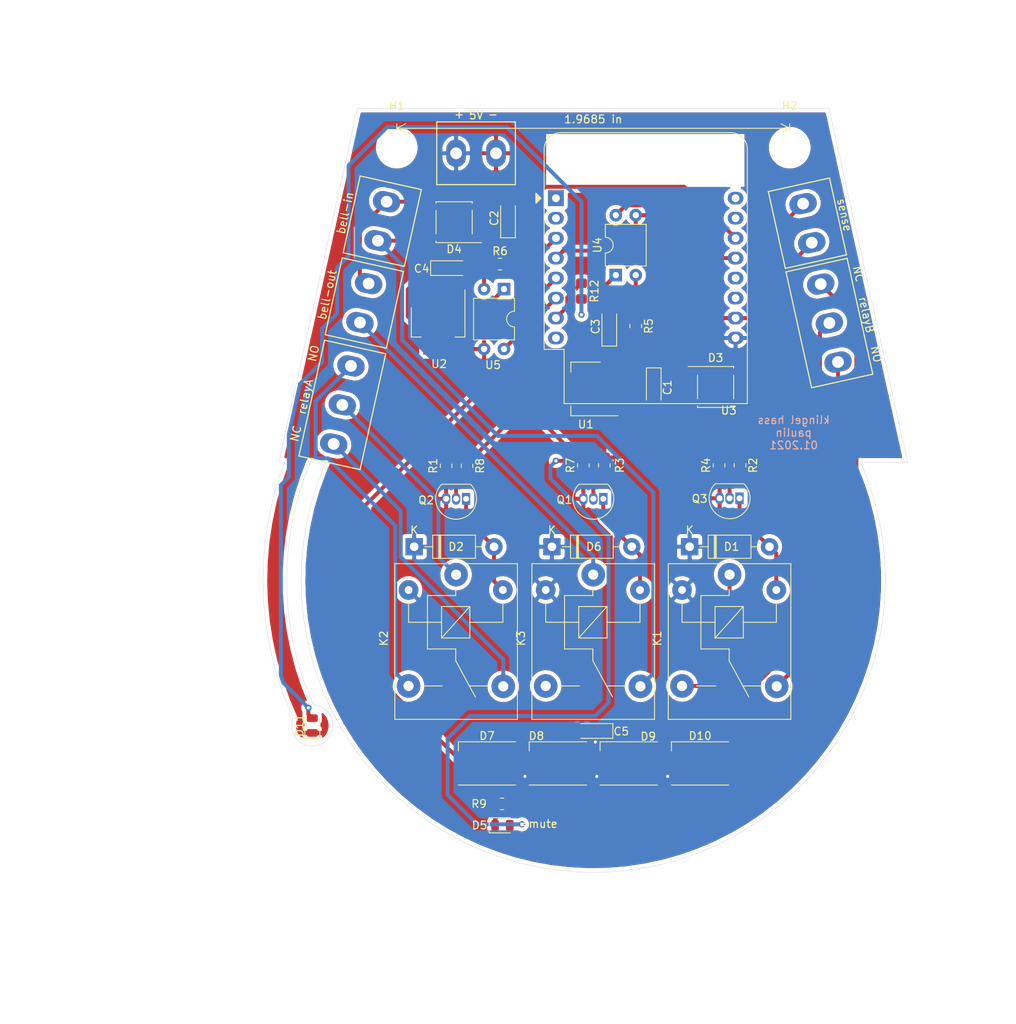
<source format=kicad_pcb>
(kicad_pcb (version 20171130) (host pcbnew 5.1.9)
  (layers (0 F.Cu signal) (31 B.Cu signal) (34 B.Paste user) (35 F.Paste user) (36 B.SilkS user) (37 F.SilkS user) (38 B.Mask user) (39 F.Mask user) (44 Edge.Cuts user))
  (net 0 "")
  (net 1 "Net-(C1-Pad2)")
  (net 2 "Net-(C1-Pad1)")
  (net 3 "Net-(C2-Pad2)")
  (net 4 "Net-(C2-Pad1)")
  (net 5 "Net-(C3-Pad1)")
  (net 6 "Net-(C4-Pad1)")
  (net 7 "Net-(D1-Pad2)")
  (net 8 +5V)
  (net 9 "Net-(D2-Pad2)")
  (net 10 "Net-(D6-Pad2)")
  (net 11 "Net-(D10-Pad2)")
  (net 12 "Net-(J1-Pad2)")
  (net 13 "Net-(J1-Pad1)")
  (net 14 "Net-(J3-Pad2)")
  (net 15 "Net-(J3-Pad1)")
  (net 16 "Net-(J5-Pad2)")
  (net 17 "Net-(K3-Pad3)")
  (net 18 GND)
  (net 19 "Net-(Q1-Pad2)")
  (net 20 "Net-(Q2-Pad2)")
  (net 21 "Net-(Q3-Pad2)")
  (net 22 "Net-(R5-Pad1)")
  (net 23 "Net-(R6-Pad1)")
  (net 24 "Net-(U3-Pad16)")
  (net 25 "Net-(U3-Pad15)")
  (net 26 "Net-(U3-Pad12)")
  (net 27 "Net-(U3-Pad11)")
  (net 28 "Net-(U3-Pad8)")
  (net 29 "Net-(U3-Pad1)")
  (net 30 "Net-(U3-Pad2)")
  (net 31 "Net-(D3-Pad4)")
  (net 32 "Net-(D3-Pad3)")
  (net 33 "Net-(D4-Pad4)")
  (net 34 "Net-(D4-Pad3)")
  (net 35 "Net-(D5-Pad2)")
  (net 36 "Net-(D5-Pad1)")
  (net 37 "Net-(J1-Pad3)")
  (net 38 "Net-(J3-Pad3)")
  (net 39 "Net-(D7-Pad1)")
  (net 40 "Net-(D7-Pad4)")
  (net 41 "Net-(D8-Pad1)")
  (net 42 "Net-(D8-Pad4)")
  (net 43 "Net-(D9-Pad4)")
  (net 44 "Net-(D10-Pad1)")
  (net 45 "Net-(D10-Pad4)")
  (net 46 "Net-(D11-Pad2)")
  (net 47 led)
  (net 48 relayB)
  (net 49 relayA)
  (net 50 ws28)
  (net 51 "Net-(U3-Pad14)")
  (net 52 "Net-(U3-Pad13)")
  (module Resistor_SMD:R_0805_2012Metric_Pad1.20x1.40mm_HandSolder (layer F.Cu) (at 98.5 63.25 270)
    (fp_text reference R12 (at 0 -1.65 90) (layer F.SilkS))
    (fp_text value 1K)
    (pad 2 smd roundrect (at 1 0 270) (size 1.2 1.4) (layers F.Cu F.Paste F.Mask) (roundrect_rratio 0.2083325) (net 46 "Net-(D11-Pad2)"))
    (pad 1 smd roundrect (at -1 0 270) (size 1.2 1.4) (layers F.Cu F.Paste F.Mask) (roundrect_rratio 0.2083325) (net 47 led))
  )
  (module LED_SMD:LED_0805_2012Metric (layer F.Cu) (at 64.25 118.5 90)
    (fp_text reference D11 (at 0 -1.65 90) (layer F.SilkS))
    (fp_text value LED)
    (pad 2 smd roundrect (at 0.9375 0 90) (size 0.975 1.4) (layers F.Cu F.Paste F.Mask) (net 46 "Net-(D11-Pad2)"))
    (pad 1 smd roundrect (at -0.9375 0 90) (size 0.975 1.4) (layers F.Cu F.Paste F.Mask) (net 18 GND))
  )
  (module Module:WEMOS_D1_mini_light (layer F.Cu) (at 95.25 51.435)
    (fp_text reference U3 (at 22 27) (layer F.SilkS))
    (fp_text value WeMos_D1_mini)
    (pad 16 thru_hole oval (at 22.86 0) (size 2 1.6) (drill 1) (layers *.Cu *.Mask) (net 24 "Net-(U3-Pad16)"))
    (pad 15 thru_hole oval (at 22.86 2.54) (size 2 1.6) (drill 1) (layers *.Cu *.Mask) (net 25 "Net-(U3-Pad15)"))
    (pad 14 thru_hole oval (at 22.86 5.08) (size 2 1.6) (drill 1) (layers *.Cu *.Mask) (net 51 "Net-(U3-Pad14)"))
    (pad 13 thru_hole oval (at 22.86 7.62) (size 2 1.6) (drill 1) (layers *.Cu *.Mask) (net 52 "Net-(U3-Pad13)"))
    (pad 12 thru_hole oval (at 22.86 10.16) (size 2 1.6) (drill 1) (layers *.Cu *.Mask) (net 26 "Net-(U3-Pad12)"))
    (pad 11 thru_hole oval (at 22.86 12.7) (size 2 1.6) (drill 1) (layers *.Cu *.Mask) (net 27 "Net-(U3-Pad11)"))
    (pad 10 thru_hole oval (at 22.86 15.24) (size 2 1.6) (drill 1) (layers *.Cu *.Mask) (net 18 GND))
    (pad 9 thru_hole oval (at 22.86 17.78) (size 2 1.6) (drill 1) (layers *.Cu *.Mask) (net 8 +5V))
    (pad 8 thru_hole oval (at 0 17.78) (size 2 1.6) (drill 1) (layers *.Cu *.Mask) (net 28 "Net-(U3-Pad8)"))
    (pad 7 thru_hole oval (at 0 15.24) (size 2 1.6) (drill 1) (layers *.Cu *.Mask) (net 47 led))
    (pad 6 thru_hole oval (at 0 12.7) (size 2 1.6) (drill 1) (layers *.Cu *.Mask) (net 35 "Net-(D5-Pad2)"))
    (pad 5 thru_hole oval (at 0 10.16) (size 2 1.6) (drill 1) (layers *.Cu *.Mask) (net 49 relayA))
    (pad 4 thru_hole oval (at 0 7.62) (size 2 1.6) (drill 1) (layers *.Cu *.Mask) (net 48 relayB))
    (pad 3 thru_hole oval (at 0 5.08) (size 2 1.6) (drill 1) (layers *.Cu *.Mask) (net 50 ws28))
    (pad 1 thru_hole rect (at 0 0) (size 2 2) (drill 1) (layers *.Cu *.Mask) (net 29 "Net-(U3-Pad1)"))
    (pad 2 thru_hole oval (at 0 2.54) (size 2 1.6) (drill 1) (layers *.Cu *.Mask) (net 30 "Net-(U3-Pad2)"))
  )
  (module Capacitor_Tantalum_SMD:CP_EIA-3216-18_Kemet-A_Pad1.58x1.35mm_HandSolder (layer F.Cu) (at 100.0125 119.1895 180)
    (fp_text reference C5 (at -3.556 -0.0635) (layer F.SilkS))
    (fp_text value 10µF)
    (pad 2 smd roundrect (at 1.4375 0 180) (size 1.575 1.35) (layers F.Cu F.Paste F.Mask) (roundrect_rratio 0.1851844444444445) (net 18 GND))
    (pad 1 smd roundrect (at -1.4375 0 180) (size 1.575 1.35) (layers F.Cu F.Paste F.Mask) (roundrect_rratio 0.1851844444444445) (net 8 +5V))
  )
  (module Package_DIP:DIP-4_W7.62mm (layer F.Cu) (at 88.646 62.992 270)
    (fp_text reference U5 (at 9.652 1.397 180) (layer F.SilkS))
    (fp_text value PC817)
    (pad 4 thru_hole oval (at 7.62 0 270) (size 1.6 1.6) (drill 0.8) (layers *.Cu *.Mask) (net 51 "Net-(U3-Pad14)"))
    (pad 2 thru_hole oval (at 0 2.54 270) (size 1.6 1.6) (drill 0.8) (layers *.Cu *.Mask) (net 23 "Net-(R6-Pad1)"))
    (pad 3 thru_hole oval (at 7.62 2.54 270) (size 1.6 1.6) (drill 0.8) (layers *.Cu *.Mask) (net 18 GND))
    (pad 1 thru_hole rect (at 0 0 270) (size 1.6 1.6) (drill 0.8) (layers *.Cu *.Mask) (net 6 "Net-(C4-Pad1)"))
  )
  (module custom:termina_2pin (layer F.Cu) (at 73.152 54.356 257.5)
    (fp_text reference J4)
    (fp_text value bell-in (at 0 4.826 257.5) (layer F.SilkS))
    (pad 2 thru_hole oval (at 2.54 0 257.5) (size 2.5 3.5) (drill 1.5) (layers *.Cu *.Mask) (net 33 "Net-(D4-Pad4)"))
    (pad 1 thru_hole oval (at -2.54 0 257.5) (size 2.5 3.5) (drill 1.5) (layers *.Cu *.Mask) (net 34 "Net-(D4-Pad3)"))
  )
  (module MountingHole:MountingHole_4.3mm_M4 (layer F.Cu) (at 125 45)
    (fp_text reference H2 (at 0 -5.3) (layer F.SilkS))
    (fp_text value MountingHole)
    (pad 1 np_thru_hole circle (at 0 0) (size 4.3 4.3) (drill 4.3) (layers *.Cu *.Mask))
  )
  (module MountingHole:MountingHole_4.3mm_M4 (layer F.Cu) (at 75 45)
    (fp_text reference H1 (at 0 -5.3) (layer F.SilkS))
    (fp_text value MountingHole)
    (pad 1 np_thru_hole circle (at 0 0) (size 4.3 4.3) (drill 4.3) (layers *.Cu *.Mask))
  )
  (module Capacitor_Tantalum_SMD:CP_EIA-3216-18_Kemet-A_Pad1.58x1.35mm_HandSolder (layer F.Cu) (at 81.788 60.325)
    (fp_text reference C4 (at -3.6195 0.0635) (layer F.SilkS))
    (fp_text value 10µF)
    (pad 2 smd roundrect (at 1.4375 0) (size 1.575 1.35) (layers F.Cu F.Paste F.Mask) (roundrect_rratio 0.1851844444444445) (net 3 "Net-(C2-Pad2)"))
    (pad 1 smd roundrect (at -1.4375 0) (size 1.575 1.35) (layers F.Cu F.Paste F.Mask) (roundrect_rratio 0.1851844444444445) (net 6 "Net-(C4-Pad1)"))
  )
  (module Capacitor_Tantalum_SMD:CP_EIA-3216-18_Kemet-A_Pad1.58x1.35mm_HandSolder (layer F.Cu) (at 102.0445 67.7545 90)
    (fp_text reference C3 (at 0 -1.75 90) (layer F.SilkS))
    (fp_text value 10µF)
    (pad 2 smd roundrect (at 1.4375 0 90) (size 1.575 1.35) (layers F.Cu F.Paste F.Mask) (roundrect_rratio 0.1851844444444445) (net 1 "Net-(C1-Pad2)"))
    (pad 1 smd roundrect (at -1.4375 0 90) (size 1.575 1.35) (layers F.Cu F.Paste F.Mask) (roundrect_rratio 0.1851844444444445) (net 5 "Net-(C3-Pad1)"))
  )
  (module Capacitor_Tantalum_SMD:CP_EIA-3216-18_Kemet-A_Pad1.58x1.35mm_HandSolder (layer F.Cu) (at 89.154 53.975 90)
    (fp_text reference C2 (at 0 -1.75 90) (layer F.SilkS))
    (fp_text value 10µF)
    (pad 2 smd roundrect (at 1.4375 0 90) (size 1.575 1.35) (layers F.Cu F.Paste F.Mask) (roundrect_rratio 0.1851844444444445) (net 3 "Net-(C2-Pad2)"))
    (pad 1 smd roundrect (at -1.4375 0 90) (size 1.575 1.35) (layers F.Cu F.Paste F.Mask) (roundrect_rratio 0.1851844444444445) (net 4 "Net-(C2-Pad1)"))
  )
  (module Capacitor_Tantalum_SMD:CP_EIA-3216-18_Kemet-A_Pad1.58x1.35mm_HandSolder (layer F.Cu) (at 107.696 75.5015 270)
    (fp_text reference C1 (at 0 -1.75 90) (layer F.SilkS))
    (fp_text value 10µF)
    (pad 2 smd roundrect (at 1.4375 0 270) (size 1.575 1.35) (layers F.Cu F.Paste F.Mask) (roundrect_rratio 0.1851844444444445) (net 1 "Net-(C1-Pad2)"))
    (pad 1 smd roundrect (at -1.4375 0 270) (size 1.575 1.35) (layers F.Cu F.Paste F.Mask) (roundrect_rratio 0.1851844444444445) (net 2 "Net-(C1-Pad1)"))
  )
  (module Package_DIP:DIP-4_W7.62mm (layer F.Cu) (at 102.87 61.214 90)
    (fp_text reference U4 (at 3.81 -2.33 90) (layer F.SilkS))
    (fp_text value PC817)
    (pad 4 thru_hole oval (at 7.62 0 90) (size 1.6 1.6) (drill 0.8) (layers *.Cu *.Mask) (net 52 "Net-(U3-Pad13)"))
    (pad 2 thru_hole oval (at 0 2.54 90) (size 1.6 1.6) (drill 0.8) (layers *.Cu *.Mask) (net 22 "Net-(R5-Pad1)"))
    (pad 3 thru_hole oval (at 7.62 2.54 90) (size 1.6 1.6) (drill 0.8) (layers *.Cu *.Mask) (net 18 GND))
    (pad 1 thru_hole rect (at 0 0 90) (size 1.6 1.6) (drill 0.8) (layers *.Cu *.Mask) (net 5 "Net-(C3-Pad1)"))
  )
  (module Package_TO_SOT_SMD:SOT-223-3_TabPin2 (layer F.Cu) (at 80.264 67.183 270)
    (fp_text reference U2 (at 5.334 -0.127 180) (layer F.SilkS))
    (fp_text value AMS1117-1.5)
    (pad 1 smd rect (at -3.15 -2.3 270) (size 2 1.5) (layers F.Cu F.Paste F.Mask) (net 3 "Net-(C2-Pad2)"))
    (pad 3 smd rect (at -3.15 2.3 270) (size 2 1.5) (layers F.Cu F.Paste F.Mask) (net 4 "Net-(C2-Pad1)"))
    (pad 2 smd rect (at -3.15 0 270) (size 2 1.5) (layers F.Cu F.Paste F.Mask) (net 6 "Net-(C4-Pad1)"))
    (pad 2 smd rect (at 3.15 0 270) (size 2 3.8) (layers F.Cu F.Paste F.Mask) (net 6 "Net-(C4-Pad1)"))
  )
  (module Package_TO_SOT_SMD:SOT-223-3_TabPin2 (layer F.Cu) (at 99.06 75.692 180)
    (fp_text reference U1 (at 0 -4.5) (layer F.SilkS))
    (fp_text value AMS1117-1.5)
    (pad 1 smd rect (at -3.15 -2.3 180) (size 2 1.5) (layers F.Cu F.Paste F.Mask) (net 1 "Net-(C1-Pad2)"))
    (pad 3 smd rect (at -3.15 2.3 180) (size 2 1.5) (layers F.Cu F.Paste F.Mask) (net 2 "Net-(C1-Pad1)"))
    (pad 2 smd rect (at -3.15 0 180) (size 2 1.5) (layers F.Cu F.Paste F.Mask) (net 5 "Net-(C3-Pad1)"))
    (pad 2 smd rect (at 3.15 0 180) (size 2 3.8) (layers F.Cu F.Paste F.Mask) (net 5 "Net-(C3-Pad1)"))
  )
  (module Resistor_SMD:R_0805_2012Metric_Pad1.20x1.40mm_HandSolder (layer F.Cu) (at 88.392 128.4605 180)
    (fp_text reference R9 (at 2.921 0) (layer F.SilkS))
    (fp_text value 1K)
    (pad 2 smd roundrect (at 1 0 180) (size 1.2 1.4) (layers F.Cu F.Paste F.Mask) (roundrect_rratio 0.2083325) (net 18 GND))
    (pad 1 smd roundrect (at -1 0 180) (size 1.2 1.4) (layers F.Cu F.Paste F.Mask) (roundrect_rratio 0.2083325) (net 36 "Net-(D5-Pad1)"))
  )
  (module Resistor_SMD:R_0805_2012Metric_Pad1.20x1.40mm_HandSolder (layer F.Cu) (at 83.947 85.471 270)
    (fp_text reference R8 (at 0 -1.65 90) (layer F.SilkS))
    (fp_text value 1K)
    (pad 2 smd roundrect (at 1 0 270) (size 1.2 1.4) (layers F.Cu F.Paste F.Mask) (roundrect_rratio 0.2083325) (net 20 "Net-(Q2-Pad2)"))
    (pad 1 smd roundrect (at -1 0 270) (size 1.2 1.4) (layers F.Cu F.Paste F.Mask) (roundrect_rratio 0.2083325) (net 49 relayA))
  )
  (module Resistor_SMD:R_0805_2012Metric_Pad1.20x1.40mm_HandSolder (layer F.Cu) (at 98.7425 85.4075 90)
    (fp_text reference R7 (at 0 -1.65 90) (layer F.SilkS))
    (fp_text value 1K)
    (pad 2 smd roundrect (at 1 0 90) (size 1.2 1.4) (layers F.Cu F.Paste F.Mask) (roundrect_rratio 0.2083325) (net 35 "Net-(D5-Pad2)"))
    (pad 1 smd roundrect (at -1 0 90) (size 1.2 1.4) (layers F.Cu F.Paste F.Mask) (roundrect_rratio 0.2083325) (net 19 "Net-(Q1-Pad2)"))
  )
  (module Resistor_SMD:R_0805_2012Metric_Pad1.20x1.40mm_HandSolder (layer F.Cu) (at 88.138 59.817)
    (fp_text reference R6 (at 0 -1.65) (layer F.SilkS))
    (fp_text value 5)
    (pad 2 smd roundrect (at 1 0) (size 1.2 1.4) (layers F.Cu F.Paste F.Mask) (roundrect_rratio 0.2083325) (net 3 "Net-(C2-Pad2)"))
    (pad 1 smd roundrect (at -1 0) (size 1.2 1.4) (layers F.Cu F.Paste F.Mask) (roundrect_rratio 0.2083325) (net 23 "Net-(R6-Pad1)"))
  )
  (module Resistor_SMD:R_0805_2012Metric_Pad1.20x1.40mm_HandSolder (layer F.Cu) (at 105.41 67.691 270)
    (fp_text reference R5 (at 0 -1.65 90) (layer F.SilkS))
    (fp_text value 5)
    (pad 2 smd roundrect (at 1 0 270) (size 1.2 1.4) (layers F.Cu F.Paste F.Mask) (roundrect_rratio 0.2083325) (net 1 "Net-(C1-Pad2)"))
    (pad 1 smd roundrect (at -1 0 270) (size 1.2 1.4) (layers F.Cu F.Paste F.Mask) (roundrect_rratio 0.2083325) (net 22 "Net-(R5-Pad1)"))
  )
  (module Resistor_SMD:R_0805_2012Metric_Pad1.20x1.40mm_HandSolder (layer F.Cu) (at 116.0145 85.4075 90)
    (fp_text reference R4 (at 0 -1.65 90) (layer F.SilkS))
    (fp_text value 10K)
    (pad 2 smd roundrect (at 1 0 90) (size 1.2 1.4) (layers F.Cu F.Paste F.Mask) (roundrect_rratio 0.2083325) (net 18 GND))
    (pad 1 smd roundrect (at -1 0 90) (size 1.2 1.4) (layers F.Cu F.Paste F.Mask) (roundrect_rratio 0.2083325) (net 21 "Net-(Q3-Pad2)"))
  )
  (module Resistor_SMD:R_0805_2012Metric_Pad1.20x1.40mm_HandSolder (layer F.Cu) (at 101.4095 85.4075 90)
    (fp_text reference R3 (at 0 1.9685 90) (layer F.SilkS))
    (fp_text value 10K)
    (pad 2 smd roundrect (at 1 0 90) (size 1.2 1.4) (layers F.Cu F.Paste F.Mask) (roundrect_rratio 0.2083325) (net 18 GND))
    (pad 1 smd roundrect (at -1 0 90) (size 1.2 1.4) (layers F.Cu F.Paste F.Mask) (roundrect_rratio 0.2083325) (net 19 "Net-(Q1-Pad2)"))
  )
  (module Resistor_SMD:R_0805_2012Metric_Pad1.20x1.40mm_HandSolder (layer F.Cu) (at 118.6815 85.4075 270)
    (fp_text reference R2 (at 0 -1.65 90) (layer F.SilkS))
    (fp_text value 1K)
    (pad 2 smd roundrect (at 1 0 270) (size 1.2 1.4) (layers F.Cu F.Paste F.Mask) (roundrect_rratio 0.2083325) (net 21 "Net-(Q3-Pad2)"))
    (pad 1 smd roundrect (at -1 0 270) (size 1.2 1.4) (layers F.Cu F.Paste F.Mask) (roundrect_rratio 0.2083325) (net 48 relayB))
  )
  (module Resistor_SMD:R_0805_2012Metric_Pad1.20x1.40mm_HandSolder (layer F.Cu) (at 81.28 85.471 90)
    (fp_text reference R1 (at 0 -1.65 90) (layer F.SilkS))
    (fp_text value 10K)
    (pad 2 smd roundrect (at 1 0 90) (size 1.2 1.4) (layers F.Cu F.Paste F.Mask) (roundrect_rratio 0.2083325) (net 18 GND))
    (pad 1 smd roundrect (at -1 0 90) (size 1.2 1.4) (layers F.Cu F.Paste F.Mask) (roundrect_rratio 0.2083325) (net 20 "Net-(Q2-Pad2)"))
  )
  (module Package_TO_SOT_THT:TO-92_Inline (layer F.Cu) (at 118.618 89.5985 180)
    (fp_text reference Q3 (at 5.08 -0.0635) (layer F.SilkS))
    (fp_text value BC547)
    (pad 1 thru_hole rect (at 0 0 180) (size 1.05 1.5) (drill 0.75) (layers *.Cu *.Mask) (net 7 "Net-(D1-Pad2)"))
    (pad 3 thru_hole oval (at 2.54 0 180) (size 1.05 1.5) (drill 0.75) (layers *.Cu *.Mask) (net 18 GND))
    (pad 2 thru_hole oval (at 1.27 0 180) (size 1.05 1.5) (drill 0.75) (layers *.Cu *.Mask) (net 21 "Net-(Q3-Pad2)"))
  )
  (module Package_TO_SOT_THT:TO-92_Inline (layer F.Cu) (at 83.82 89.662 180)
    (fp_text reference Q2 (at 5.08 -0.1905) (layer F.SilkS))
    (fp_text value BC547)
    (pad 1 thru_hole rect (at 0 0 180) (size 1.05 1.5) (drill 0.75) (layers *.Cu *.Mask) (net 9 "Net-(D2-Pad2)"))
    (pad 3 thru_hole oval (at 2.54 0 180) (size 1.05 1.5) (drill 0.75) (layers *.Cu *.Mask) (net 18 GND))
    (pad 2 thru_hole oval (at 1.27 0 180) (size 1.05 1.5) (drill 0.75) (layers *.Cu *.Mask) (net 20 "Net-(Q2-Pad2)"))
  )
  (module Package_TO_SOT_THT:TO-92_Inline (layer F.Cu) (at 101.2825 89.662 180)
    (fp_text reference Q1 (at 4.953 -0.127) (layer F.SilkS))
    (fp_text value BC547)
    (pad 1 thru_hole rect (at 0 0 180) (size 1.05 1.5) (drill 0.75) (layers *.Cu *.Mask) (net 10 "Net-(D6-Pad2)"))
    (pad 3 thru_hole oval (at 2.54 0 180) (size 1.05 1.5) (drill 0.75) (layers *.Cu *.Mask) (net 18 GND))
    (pad 2 thru_hole oval (at 1.27 0 180) (size 1.05 1.5) (drill 0.75) (layers *.Cu *.Mask) (net 19 "Net-(Q1-Pad2)"))
  )
  (module Relay_THT:Relay_SPDT_SANYOU_SRD_Series_Form_C (layer F.Cu) (at 100 99.314 270)
    (fp_text reference K3 (at 8.1 9.2 90) (layer F.SilkS))
    (fp_text value SANYOU_SRD_Form_C)
    (pad 1 thru_hole circle (at 0 0) (size 3 3) (drill 1.3) (layers *.Cu *.Mask) (net 16 "Net-(J5-Pad2)"))
    (pad 5 thru_hole circle (at 1.95 -5.95) (size 2.5 2.5) (drill 1) (layers *.Cu *.Mask) (net 10 "Net-(D6-Pad2)"))
    (pad 4 thru_hole circle (at 14.2 -6) (size 3 3) (drill 1.3) (layers *.Cu *.Mask) (net 33 "Net-(D4-Pad4)"))
    (pad 3 thru_hole circle (at 14.15 6.05) (size 3 3) (drill 1.3) (layers *.Cu *.Mask) (net 17 "Net-(K3-Pad3)"))
    (pad 2 thru_hole circle (at 1.95 6.05) (size 2.5 2.5) (drill 1) (layers *.Cu *.Mask) (net 8 +5V))
  )
  (module Relay_THT:Relay_SPDT_SANYOU_SRD_Series_Form_C (layer F.Cu) (at 82.55 99.314 270)
    (fp_text reference K2 (at 8.1 9.2 90) (layer F.SilkS))
    (fp_text value SANYOU_SRD_Form_C)
    (pad 1 thru_hole circle (at 0 0) (size 3 3) (drill 1.3) (layers *.Cu *.Mask) (net 12 "Net-(J1-Pad2)"))
    (pad 5 thru_hole circle (at 1.95 -5.95) (size 2.5 2.5) (drill 1) (layers *.Cu *.Mask) (net 9 "Net-(D2-Pad2)"))
    (pad 4 thru_hole circle (at 14.2 -6) (size 3 3) (drill 1.3) (layers *.Cu *.Mask) (net 37 "Net-(J1-Pad3)"))
    (pad 3 thru_hole circle (at 14.15 6.05) (size 3 3) (drill 1.3) (layers *.Cu *.Mask) (net 13 "Net-(J1-Pad1)"))
    (pad 2 thru_hole circle (at 1.95 6.05) (size 2.5 2.5) (drill 1) (layers *.Cu *.Mask) (net 8 +5V))
  )
  (module Relay_THT:Relay_SPDT_SANYOU_SRD_Series_Form_C (layer F.Cu) (at 117.348 99.314 270)
    (fp_text reference K1 (at 8.1 9.2 90) (layer F.SilkS))
    (fp_text value SANYOU_SRD_Form_C)
    (pad 1 thru_hole circle (at 0 0) (size 3 3) (drill 1.3) (layers *.Cu *.Mask) (net 14 "Net-(J3-Pad2)"))
    (pad 5 thru_hole circle (at 1.95 -5.95) (size 2.5 2.5) (drill 1) (layers *.Cu *.Mask) (net 7 "Net-(D1-Pad2)"))
    (pad 4 thru_hole circle (at 14.2 -6) (size 3 3) (drill 1.3) (layers *.Cu *.Mask) (net 38 "Net-(J3-Pad3)"))
    (pad 3 thru_hole circle (at 14.15 6.05) (size 3 3) (drill 1.3) (layers *.Cu *.Mask) (net 15 "Net-(J3-Pad1)"))
    (pad 2 thru_hole circle (at 1.95 6.05) (size 2.5 2.5) (drill 1) (layers *.Cu *.Mask) (net 8 +5V))
  )
  (module custom:termina_2pin (layer F.Cu) (at 85.09 45.72 180)
    (fp_text reference J6)
    (fp_text value 5V (at 0 4.826 180) (layer F.SilkS))
    (pad 2 thru_hole oval (at 2.54 0 180) (size 2.5 3.5) (drill 1.5) (layers *.Cu *.Mask) (net 8 +5V))
    (pad 1 thru_hole oval (at -2.54 0 180) (size 2.5 3.5) (drill 1.5) (layers *.Cu *.Mask) (net 18 GND))
  )
  (module custom:termina_2pin (layer F.Cu) (at 70.866 64.77 257.5)
    (fp_text reference J5)
    (fp_text value bell-out (at 0 4.826 257.5) (layer F.SilkS))
    (pad 2 thru_hole oval (at 2.54 0 257.5) (size 2.5 3.5) (drill 1.5) (layers *.Cu *.Mask) (net 16 "Net-(J5-Pad2)"))
    (pad 1 thru_hole oval (at -2.54 0 257.5) (size 2.5 3.5) (drill 1.5) (layers *.Cu *.Mask) (net 34 "Net-(D4-Pad3)"))
  )
  (module custom:terminal_3pin (layer F.Cu) (at 130.048 67.31 102.5)
    (fp_text reference J3)
    (fp_text value relayB (at 0 4.826 282.5) (layer F.SilkS))
    (pad 3 thru_hole oval (at 5.08 0 102.5) (size 2.5 3.5) (drill 1.5) (layers *.Cu *.Mask) (net 38 "Net-(J3-Pad3)"))
    (pad 2 thru_hole oval (at 0 0 102.5) (size 2.5 3.5) (drill 1.5) (layers *.Cu *.Mask) (net 14 "Net-(J3-Pad2)"))
    (pad 1 thru_hole oval (at -5.08 0 102.5) (size 2.5 3.5) (drill 1.5) (layers *.Cu *.Mask) (net 15 "Net-(J3-Pad1)"))
  )
  (module custom:termina_2pin (layer F.Cu) (at 127.254 54.61 102.5)
    (fp_text reference J2)
    (fp_text value sense (at 0 4.826 282.5) (layer F.SilkS))
    (pad 2 thru_hole oval (at 2.54 0 102.5) (size 2.5 3.5) (drill 1.5) (layers *.Cu *.Mask) (net 31 "Net-(D3-Pad4)"))
    (pad 1 thru_hole oval (at -2.54 0 102.5) (size 2.5 3.5) (drill 1.5) (layers *.Cu *.Mask) (net 32 "Net-(D3-Pad3)"))
  )
  (module custom:terminal_3pin (layer F.Cu) (at 68.072 77.724 257.5)
    (fp_text reference J1)
    (fp_text value relayA (at 0 4.826001 77.5) (layer F.SilkS))
    (pad 3 thru_hole oval (at 5.08 0 257.5) (size 2.5 3.5) (drill 1.5) (layers *.Cu *.Mask) (net 37 "Net-(J1-Pad3)"))
    (pad 2 thru_hole oval (at 0 0 257.5) (size 2.5 3.5) (drill 1.5) (layers *.Cu *.Mask) (net 12 "Net-(J1-Pad2)"))
    (pad 1 thru_hole oval (at -5.08 0 257.5) (size 2.5 3.5) (drill 1.5) (layers *.Cu *.Mask) (net 13 "Net-(J1-Pad1)"))
  )
  (module LED_SMD:LED_WS2812_PLCC6_5.0x5.0mm_P1.6mm (layer F.Cu) (at 113.6015 123.317)
    (fp_text reference D10 (at 0 -3.5) (layer F.SilkS))
    (fp_text value WS2812)
    (pad 1 smd rect (at -2.45 -1.6) (size 1.5 1) (layers F.Cu F.Paste F.Mask) (net 44 "Net-(D10-Pad1)"))
    (pad 2 smd rect (at -2.45 0) (size 1.5 1) (layers F.Cu F.Paste F.Mask) (net 11 "Net-(D10-Pad2)"))
    (pad 3 smd rect (at -2.45 1.6) (size 1.5 1) (layers F.Cu F.Paste F.Mask) (net 8 +5V))
    (pad 6 smd rect (at 2.45 -1.6) (size 1.5 1) (layers F.Cu F.Paste F.Mask) (net 18 GND))
    (pad 5 smd rect (at 2.45 0) (size 1.5 1) (layers F.Cu F.Paste F.Mask) (net 8 +5V))
    (pad 4 smd rect (at 2.45 1.6) (size 1.5 1) (layers F.Cu F.Paste F.Mask) (net 45 "Net-(D10-Pad4)"))
  )
  (module LED_SMD:LED_WS2812_PLCC6_5.0x5.0mm_P1.6mm (layer F.Cu) (at 104.521 123.317)
    (fp_text reference D9 (at 2.4765 -3.429) (layer F.SilkS))
    (fp_text value WS2812)
    (pad 1 smd rect (at -2.45 -1.6) (size 1.5 1) (layers F.Cu F.Paste F.Mask) (net 11 "Net-(D10-Pad2)"))
    (pad 2 smd rect (at -2.45 0) (size 1.5 1) (layers F.Cu F.Paste F.Mask) (net 41 "Net-(D8-Pad1)"))
    (pad 3 smd rect (at -2.45 1.6) (size 1.5 1) (layers F.Cu F.Paste F.Mask) (net 8 +5V))
    (pad 6 smd rect (at 2.45 -1.6) (size 1.5 1) (layers F.Cu F.Paste F.Mask) (net 18 GND))
    (pad 5 smd rect (at 2.45 0) (size 1.5 1) (layers F.Cu F.Paste F.Mask) (net 8 +5V))
    (pad 4 smd rect (at 2.45 1.6) (size 1.5 1) (layers F.Cu F.Paste F.Mask) (net 43 "Net-(D9-Pad4)"))
  )
  (module LED_SMD:LED_WS2812_PLCC6_5.0x5.0mm_P1.6mm (layer F.Cu) (at 95.504 123.317)
    (fp_text reference D8 (at -2.7305 -3.4925) (layer F.SilkS))
    (fp_text value WS2812)
    (pad 1 smd rect (at -2.45 -1.6) (size 1.5 1) (layers F.Cu F.Paste F.Mask) (net 41 "Net-(D8-Pad1)"))
    (pad 2 smd rect (at -2.45 0) (size 1.5 1) (layers F.Cu F.Paste F.Mask) (net 39 "Net-(D7-Pad1)"))
    (pad 3 smd rect (at -2.45 1.6) (size 1.5 1) (layers F.Cu F.Paste F.Mask) (net 8 +5V))
    (pad 6 smd rect (at 2.45 -1.6) (size 1.5 1) (layers F.Cu F.Paste F.Mask) (net 18 GND))
    (pad 5 smd rect (at 2.45 0) (size 1.5 1) (layers F.Cu F.Paste F.Mask) (net 8 +5V))
    (pad 4 smd rect (at 2.45 1.6) (size 1.5 1) (layers F.Cu F.Paste F.Mask) (net 42 "Net-(D8-Pad4)"))
  )
  (module LED_SMD:LED_WS2812_PLCC6_5.0x5.0mm_P1.6mm (layer F.Cu) (at 86.487 123.317)
    (fp_text reference D7 (at 0 -3.5) (layer F.SilkS))
    (fp_text value WS2812)
    (pad 1 smd rect (at -2.45 -1.6) (size 1.5 1) (layers F.Cu F.Paste F.Mask) (net 39 "Net-(D7-Pad1)"))
    (pad 2 smd rect (at -2.45 0) (size 1.5 1) (layers F.Cu F.Paste F.Mask) (net 50 ws28))
    (pad 3 smd rect (at -2.45 1.6) (size 1.5 1) (layers F.Cu F.Paste F.Mask) (net 8 +5V))
    (pad 6 smd rect (at 2.45 -1.6) (size 1.5 1) (layers F.Cu F.Paste F.Mask) (net 18 GND))
    (pad 5 smd rect (at 2.45 0) (size 1.5 1) (layers F.Cu F.Paste F.Mask) (net 8 +5V))
    (pad 4 smd rect (at 2.45 1.6) (size 1.5 1) (layers F.Cu F.Paste F.Mask) (net 40 "Net-(D7-Pad4)"))
  )
  (module Diode_THT:D_DO-41_SOD81_P10.16mm_Horizontal (layer F.Cu) (at 94.742 95.758)
    (fp_text reference D6 (at 5.334 0) (layer F.SilkS))
    (fp_text value 1N4007)
    (fp_text user K (at 0 -2.1) (layer F.SilkS))
    (pad 2 thru_hole oval (at 10.16 0) (size 2.2 2.2) (drill 1.1) (layers *.Cu *.Mask) (net 10 "Net-(D6-Pad2)"))
    (pad 1 thru_hole rect (at 0 0) (size 2.2 2.2) (drill 1.1) (layers *.Cu *.Mask) (net 8 +5V))
  )
  (module LED_SMD:LED_0805_2012Metric (layer F.Cu) (at 88.443 131.191)
    (fp_text reference D5 (at -2.9085 0) (layer F.SilkS))
    (fp_text value LED)
    (pad 2 smd roundrect (at 0.9375 0) (size 0.975 1.4) (layers F.Cu F.Paste F.Mask) (net 35 "Net-(D5-Pad2)"))
    (pad 1 smd roundrect (at -0.9375 0) (size 0.975 1.4) (layers F.Cu F.Paste F.Mask) (net 36 "Net-(D5-Pad1)"))
  )
  (module Diode_SMD:Diode_Bridge_Diotec_ABS (layer F.Cu) (at 82.296 54.483 180)
    (fp_text reference D4 (at 0 -3.429) (layer F.SilkS))
    (fp_text value ABS10)
    (pad 4 smd rect (at 2.975 -2 180) (size 1 0.7) (layers F.Cu F.Paste F.Mask) (net 33 "Net-(D4-Pad4)"))
    (pad 3 smd rect (at 2.975 2 180) (size 1 0.7) (layers F.Cu F.Paste F.Mask) (net 34 "Net-(D4-Pad3)"))
    (pad 2 smd rect (at -2.975 2 180) (size 1 0.7) (layers F.Cu F.Paste F.Mask) (net 3 "Net-(C2-Pad2)"))
    (pad 1 smd rect (at -2.975 -2 180) (size 1 0.7) (layers F.Cu F.Paste F.Mask) (net 4 "Net-(C2-Pad1)"))
  )
  (module Diode_SMD:Diode_Bridge_Diotec_ABS (layer F.Cu) (at 115.57 75.438)
    (fp_text reference D3 (at 0 -3.7) (layer F.SilkS))
    (fp_text value ABS10)
    (pad 4 smd rect (at 2.975 -2) (size 1 0.7) (layers F.Cu F.Paste F.Mask) (net 31 "Net-(D3-Pad4)"))
    (pad 3 smd rect (at 2.975 2) (size 1 0.7) (layers F.Cu F.Paste F.Mask) (net 32 "Net-(D3-Pad3)"))
    (pad 2 smd rect (at -2.975 2) (size 1 0.7) (layers F.Cu F.Paste F.Mask) (net 1 "Net-(C1-Pad2)"))
    (pad 1 smd rect (at -2.975 -2) (size 1 0.7) (layers F.Cu F.Paste F.Mask) (net 2 "Net-(C1-Pad1)"))
  )
  (module Diode_THT:D_DO-41_SOD81_P10.16mm_Horizontal (layer F.Cu) (at 77.216 95.758)
    (fp_text reference D2 (at 5.334 0) (layer F.SilkS))
    (fp_text value 1N4007)
    (fp_text user K (at 0 -2.1) (layer F.SilkS))
    (pad 2 thru_hole oval (at 10.16 0) (size 2.2 2.2) (drill 1.1) (layers *.Cu *.Mask) (net 9 "Net-(D2-Pad2)"))
    (pad 1 thru_hole rect (at 0 0) (size 2.2 2.2) (drill 1.1) (layers *.Cu *.Mask) (net 8 +5V))
  )
  (module Diode_THT:D_DO-41_SOD81_P10.16mm_Horizontal (layer F.Cu) (at 112.268 95.758)
    (fp_text reference D1 (at 5.334 0) (layer F.SilkS))
    (fp_text value 1N4007)
    (fp_text user K (at 0 -2.1) (layer F.SilkS))
    (pad 2 thru_hole oval (at 10.16 0) (size 2.2 2.2) (drill 1.1) (layers *.Cu *.Mask) (net 7 "Net-(D1-Pad2)"))
    (pad 1 thru_hole rect (at 0 0) (size 2.2 2.2) (drill 1.1) (layers *.Cu *.Mask) (net 8 +5V))
  )
  (gr_text =mute (at 93 131) (layer F.SilkS) (effects (font (size 1 1))))
  (gr_text "klingel hass\npaulin\n01.2021" (at 125.5 81.25) (layer B.SilkS) (effects (font (size 1 1)) (justify mirror)))
  (gr_line (start 64.310078 115.723532) (end 64.51 115.899995) (layer Edge.Cuts) (width 0.05))
  (gr_arc (start 64.25 118.5) (end 61.818675 117.542773) (angle -285.7792717) (layer Edge.Cuts) (width 0.05))
  (gr_line (start 60.75 85.000001) (end 60 85) (layer Edge.Cuts) (width 0.05))
  (gr_line (start 66.000001 85.000001) (end 64 85.000001) (layer Edge.Cuts) (width 0.05))
  (gr_arc (start 100 100) (end 60.75 85.000001) (angle -45.59199957) (layer Edge.Cuts) (width 0.05))
  (gr_arc (start 100 100) (end 64 85.000001) (angle -46.39620709) (layer Edge.Cuts) (width 0.05))
  (gr_text "NC           NO" (at 63.3095 76.2635 77.5) (layer F.SilkS) (effects (font (size 1 1))))
  (gr_text "NC           NO" (at 134.874 66.167 282.5) (layer F.SilkS) (effects (font (size 1 1))))
  (gr_text "+    -\n" (at 85.09 40.767) (layer F.SilkS) (effects (font (size 1 1))))
  (dimension 50 (width 0.12) (layer F.SilkS) (gr_text "50.000 mm" (at 100 41.275) (layer F.SilkS) (effects (font (size 1 1) (thickness 0.15)))) (feature1 (pts (xy 125 45.085) (xy 125 41.958579))) (feature2 (pts (xy 75 45.085) (xy 75 41.958579))) (crossbar (pts (xy 75 42.545) (xy 125 42.545))) (arrow1a (pts (xy 125 42.545) (xy 123.873496 43.131421))) (arrow1b (pts (xy 125 42.545) (xy 123.873496 41.958579))) (arrow2a (pts (xy 75 42.545) (xy 76.126504 43.131421))) (arrow2b (pts (xy 75 42.545) (xy 76.126504 41.958579))))
  (gr_arc (start 100 100) (end 66.000001 85.000001) (angle -227.611887) (layer Edge.Cuts) (width 0.05))
  (gr_line (start 140 85) (end 134 85) (layer Edge.Cuts) (width 0.05))
  (gr_line (start 130 40.005) (end 140 85) (layer Edge.Cuts) (width 0.05))
  (gr_line (start 70 40) (end 60 85) (layer Edge.Cuts) (width 0.05))
  (gr_line (start 130 40) (end 70 40) (layer Edge.Cuts) (width 0.05))
  (segment (start 103.036 66.317) (end 105.41 68.691) (width 0.5) (layer F.Cu) (net 1))
  (segment (start 102.0445 66.317) (end 103.036 66.317) (width 0.5) (layer F.Cu) (net 1))
  (segment (start 113.545001 72.727999) (end 113.545001 76.487999) (width 0.5) (layer F.Cu) (net 1))
  (segment (start 109.508002 68.691) (end 113.545001 72.727999) (width 0.5) (layer F.Cu) (net 1))
  (segment (start 113.545001 76.487999) (end 112.595 77.438) (width 0.5) (layer F.Cu) (net 1))
  (segment (start 105.41 68.691) (end 109.508002 68.691) (width 0.5) (layer F.Cu) (net 1))
  (segment (start 106.643 77.992) (end 107.696 76.939) (width 0.5) (layer F.Cu) (net 1))
  (segment (start 102.21 77.992) (end 106.643 77.992) (width 0.5) (layer F.Cu) (net 1))
  (segment (start 108.195 77.438) (end 107.696 76.939) (width 0.5) (layer F.Cu) (net 1))
  (segment (start 112.595 77.438) (end 108.195 77.438) (width 0.5) (layer F.Cu) (net 1))
  (segment (start 107.024 73.392) (end 107.696 74.064) (width 0.5) (layer F.Cu) (net 2))
  (segment (start 102.21 73.392) (end 107.024 73.392) (width 0.5) (layer F.Cu) (net 2))
  (segment (start 108.322 73.438) (end 107.696 74.064) (width 0.5) (layer F.Cu) (net 2))
  (segment (start 112.595 73.438) (end 108.322 73.438) (width 0.5) (layer F.Cu) (net 2))
  (segment (start 89.0995 52.483) (end 89.154 52.5375) (width 0.5) (layer F.Cu) (net 3))
  (segment (start 85.271 52.483) (end 89.0995 52.483) (width 0.5) (layer F.Cu) (net 3))
  (segment (start 83.2255 63.3715) (end 83.2255 60.325) (width 0.5) (layer F.Cu) (net 3))
  (segment (start 82.564 64.033) (end 83.2255 63.3715) (width 0.5) (layer F.Cu) (net 3))
  (segment (start 84.88351 58.66699) (end 87.98799 58.66699) (width 0.5) (layer F.Cu) (net 3))
  (segment (start 87.98799 58.66699) (end 89.138 59.817) (width 0.5) (layer F.Cu) (net 3))
  (segment (start 83.2255 60.325) (end 84.88351 58.66699) (width 0.5) (layer F.Cu) (net 3))
  (segment (start 90.27901 58.67599) (end 89.138 59.817) (width 0.5) (layer F.Cu) (net 3))
  (segment (start 90.27901 53.66251) (end 90.27901 58.67599) (width 0.5) (layer F.Cu) (net 3))
  (segment (start 89.154 52.5375) (end 90.27901 53.66251) (width 0.5) (layer F.Cu) (net 3))
  (segment (start 85.115034 56.483) (end 85.271 56.483) (width 0.5) (layer F.Cu) (net 4))
  (segment (start 81.98799 59.610044) (end 85.115034 56.483) (width 0.5) (layer F.Cu) (net 4))
  (segment (start 81.98799 60.639976) (end 81.98799 59.610044) (width 0.5) (layer F.Cu) (net 4))
  (segment (start 81.177956 61.45001) (end 81.98799 60.639976) (width 0.5) (layer F.Cu) (net 4))
  (segment (start 80.286988 61.45001) (end 81.177956 61.45001) (width 0.5) (layer F.Cu) (net 4))
  (segment (start 77.964 63.772998) (end 80.286988 61.45001) (width 0.5) (layer F.Cu) (net 4))
  (segment (start 77.964 64.033) (end 77.964 63.772998) (width 0.5) (layer F.Cu) (net 4))
  (segment (start 86.3415 55.4125) (end 85.271 56.483) (width 0.5) (layer F.Cu) (net 4))
  (segment (start 89.154 55.4125) (end 86.3415 55.4125) (width 0.5) (layer F.Cu) (net 4))
  (segment (start 100.91949 68.06699) (end 100.91949 63.16451) (width 0.5) (layer F.Cu) (net 5))
  (segment (start 100.91949 63.16451) (end 102.87 61.214) (width 0.5) (layer F.Cu) (net 5))
  (segment (start 102.0445 69.192) (end 100.91949 68.06699) (width 0.5) (layer F.Cu) (net 5))
  (segment (start 95.91 75.692) (end 102.21 75.692) (width 0.5) (layer F.Cu) (net 5))
  (segment (start 102.0445 69.5575) (end 95.91 75.692) (width 0.5) (layer F.Cu) (net 5))
  (segment (start 102.0445 69.192) (end 102.0445 69.5575) (width 0.5) (layer F.Cu) (net 5))
  (segment (start 79.111998 60.325) (end 76.3905 63.046498) (width 0.5) (layer F.Cu) (net 6))
  (segment (start 80.3505 60.325) (end 79.111998 60.325) (width 0.5) (layer F.Cu) (net 6))
  (segment (start 76.3905 66.4595) (end 80.264 70.333) (width 0.5) (layer F.Cu) (net 6))
  (segment (start 76.3905 63.046498) (end 76.3905 66.4595) (width 0.5) (layer F.Cu) (net 6))
  (segment (start 80.264 70.333) (end 80.264 64.033) (width 0.5) (layer F.Cu) (net 6))
  (segment (start 86.154999 65.483001) (end 88.646 62.992) (width 0.5) (layer F.Cu) (net 6))
  (segment (start 81.453999 65.483001) (end 86.154999 65.483001) (width 0.5) (layer F.Cu) (net 6))
  (segment (start 80.264 64.293002) (end 81.453999 65.483001) (width 0.5) (layer F.Cu) (net 6))
  (segment (start 80.264 64.033) (end 80.264 64.293002) (width 0.5) (layer F.Cu) (net 6))
  (segment (start 123.298 96.628) (end 122.428 95.758) (width 0.5) (layer F.Cu) (net 7))
  (segment (start 123.298 101.264) (end 123.298 96.628) (width 0.5) (layer F.Cu) (net 7))
  (segment (start 118.618 91.948) (end 122.428 95.758) (width 0.5) (layer F.Cu) (net 7))
  (segment (start 118.618 89.5985) (end 118.618 91.948) (width 0.5) (layer F.Cu) (net 7))
  (via (at 91.313 124.968) (size 0.8) (drill 0.4) (layers F.Cu B.Cu) (net 8))
  (via (at 100.457 124.968) (size 0.8) (drill 0.4) (layers F.Cu B.Cu) (net 8))
  (via (at 109.474 124.968) (size 0.8) (drill 0.4) (layers F.Cu B.Cu) (net 8))
  (segment (start 88.476998 123.317) (end 88.937 123.317) (width 0.5) (layer F.Cu) (net 8))
  (segment (start 86.876998 124.917) (end 88.476998 123.317) (width 0.5) (layer F.Cu) (net 8))
  (segment (start 84.037 124.917) (end 86.876998 124.917) (width 0.5) (layer F.Cu) (net 8))
  (segment (start 89.662 123.317) (end 91.313 124.968) (width 0.5) (layer F.Cu) (net 8))
  (segment (start 88.937 123.317) (end 89.662 123.317) (width 0.5) (layer F.Cu) (net 8))
  (segment (start 93.003 124.968) (end 93.054 124.917) (width 0.5) (layer F.Cu) (net 8))
  (segment (start 91.313 124.968) (end 93.003 124.968) (width 0.5) (layer F.Cu) (net 8))
  (segment (start 95.893998 124.917) (end 97.493998 123.317) (width 0.5) (layer F.Cu) (net 8))
  (segment (start 97.493998 123.317) (end 97.954 123.317) (width 0.5) (layer F.Cu) (net 8))
  (segment (start 93.054 124.917) (end 95.893998 124.917) (width 0.5) (layer F.Cu) (net 8))
  (segment (start 98.806 123.317) (end 100.457 124.968) (width 0.5) (layer F.Cu) (net 8))
  (segment (start 97.954 123.317) (end 98.806 123.317) (width 0.5) (layer F.Cu) (net 8))
  (segment (start 102.02 124.968) (end 102.071 124.917) (width 0.5) (layer F.Cu) (net 8))
  (segment (start 100.457 124.968) (end 102.02 124.968) (width 0.5) (layer F.Cu) (net 8))
  (segment (start 106.510998 123.317) (end 106.971 123.317) (width 0.5) (layer F.Cu) (net 8))
  (segment (start 104.910998 124.917) (end 106.510998 123.317) (width 0.5) (layer F.Cu) (net 8))
  (segment (start 102.071 124.917) (end 104.910998 124.917) (width 0.5) (layer F.Cu) (net 8))
  (segment (start 107.823 123.317) (end 109.474 124.968) (width 0.5) (layer F.Cu) (net 8))
  (segment (start 106.971 123.317) (end 107.823 123.317) (width 0.5) (layer F.Cu) (net 8))
  (segment (start 111.1005 124.968) (end 111.1515 124.917) (width 0.5) (layer F.Cu) (net 8))
  (segment (start 109.474 124.968) (end 111.1005 124.968) (width 0.5) (layer F.Cu) (net 8))
  (segment (start 115.591498 123.317) (end 116.0515 123.317) (width 0.5) (layer F.Cu) (net 8))
  (segment (start 113.991498 124.917) (end 115.591498 123.317) (width 0.5) (layer F.Cu) (net 8))
  (segment (start 111.1515 124.917) (end 113.991498 124.917) (width 0.5) (layer F.Cu) (net 8))
  (via (at 100.2665 120.5865) (size 0.8) (drill 0.4) (layers F.Cu B.Cu) (net 8))
  (segment (start 101.45 119.403) (end 100.2665 120.5865) (width 0.5) (layer F.Cu) (net 8))
  (segment (start 101.45 119.1895) (end 101.45 119.403) (width 0.5) (layer F.Cu) (net 8))
  (segment (start 83.82 92.202) (end 87.376 95.758) (width 0.5) (layer F.Cu) (net 9))
  (segment (start 83.82 89.662) (end 83.82 92.202) (width 0.5) (layer F.Cu) (net 9))
  (segment (start 87.376 100.14) (end 88.5 101.264) (width 0.5) (layer F.Cu) (net 9))
  (segment (start 87.376 95.758) (end 87.376 100.14) (width 0.5) (layer F.Cu) (net 9))
  (segment (start 105.95 96.806) (end 104.902 95.758) (width 0.5) (layer F.Cu) (net 10))
  (segment (start 105.95 101.264) (end 105.95 96.806) (width 0.5) (layer F.Cu) (net 10))
  (segment (start 101.2825 92.1385) (end 104.902 95.758) (width 0.5) (layer F.Cu) (net 10))
  (segment (start 101.2825 89.662) (end 101.2825 92.1385) (width 0.5) (layer F.Cu) (net 10))
  (segment (start 110.3515 122.517) (end 111.1515 123.317) (width 0.2) (layer F.Cu) (net 11))
  (segment (start 102.871 122.517) (end 110.3515 122.517) (width 0.2) (layer F.Cu) (net 11))
  (segment (start 102.071 121.717) (end 102.871 122.517) (width 0.2) (layer F.Cu) (net 11))
  (segment (start 80.30499 89.95699) (end 68.072 77.724) (width 0.5) (layer B.Cu) (net 12))
  (segment (start 80.30499 97.06899) (end 80.30499 89.95699) (width 0.5) (layer B.Cu) (net 12))
  (segment (start 82.55 99.314) (end 80.30499 97.06899) (width 0.5) (layer B.Cu) (net 12))
  (segment (start 74.799999 93.073) (end 74.799999 111.763999) (width 0.5) (layer B.Cu) (net 13))
  (segment (start 66.251989 84.52499) (end 74.799999 93.073) (width 0.5) (layer B.Cu) (net 13))
  (segment (start 64.672218 84.52499) (end 66.251989 84.52499) (width 0.5) (layer B.Cu) (net 13))
  (segment (start 74.799999 111.763999) (end 76.5 113.464) (width 0.5) (layer B.Cu) (net 13))
  (segment (start 64.672218 77.263711) (end 64.672218 84.52499) (width 0.5) (layer B.Cu) (net 13))
  (segment (start 69.171513 72.764416) (end 64.672218 77.263711) (width 0.5) (layer B.Cu) (net 13))
  (segment (start 128.847244 68.510756) (end 130.048 67.31) (width 0.5) (layer F.Cu) (net 14))
  (segment (start 128.8415 98.236502) (end 128.847244 98.230758) (width 0.5) (layer F.Cu) (net 14))
  (segment (start 128.8415 100.7745) (end 128.8415 98.236502) (width 0.5) (layer F.Cu) (net 14))
  (segment (start 124.841 104.775) (end 128.8415 100.7745) (width 0.5) (layer F.Cu) (net 14))
  (segment (start 120.4595 104.775) (end 124.841 104.775) (width 0.5) (layer F.Cu) (net 14))
  (segment (start 117.348 101.6635) (end 120.4595 104.775) (width 0.5) (layer F.Cu) (net 14))
  (segment (start 128.847244 98.230758) (end 128.847244 68.510756) (width 0.5) (layer F.Cu) (net 14))
  (segment (start 117.348 99.314) (end 117.348 101.6635) (width 0.5) (layer F.Cu) (net 14))
  (segment (start 111.298 113.464) (end 120.511998 113.464) (width 0.5) (layer F.Cu) (net 15))
  (segment (start 120.511998 113.464) (end 131.147513 102.828485) (width 0.5) (layer F.Cu) (net 15))
  (segment (start 131.147513 102.828485) (end 131.147513 72.269584) (width 0.5) (layer F.Cu) (net 15))
  (segment (start 100 96.933549) (end 100 99.314) (width 0.5) (layer B.Cu) (net 16))
  (segment (start 70.316243 67.249792) (end 100 96.933549) (width 0.5) (layer B.Cu) (net 16))
  (segment (start 100.0125 87.6775) (end 98.7425 86.4075) (width 0.5) (layer F.Cu) (net 19))
  (segment (start 100.0125 89.662) (end 100.0125 87.6775) (width 0.5) (layer F.Cu) (net 19))
  (segment (start 100.1395 87.6775) (end 101.4095 86.4075) (width 0.5) (layer F.Cu) (net 19))
  (segment (start 100.0125 87.6775) (end 100.1395 87.6775) (width 0.5) (layer F.Cu) (net 19))
  (segment (start 82.55 87.741) (end 81.28 86.471) (width 0.5) (layer F.Cu) (net 20))
  (segment (start 82.55 89.662) (end 82.55 87.741) (width 0.5) (layer F.Cu) (net 20))
  (segment (start 82.677 87.741) (end 83.947 86.471) (width 0.5) (layer F.Cu) (net 20))
  (segment (start 82.55 87.741) (end 82.677 87.741) (width 0.5) (layer F.Cu) (net 20))
  (segment (start 117.348 87.741) (end 116.0145 86.4075) (width 0.5) (layer F.Cu) (net 21))
  (segment (start 118.6815 86.614) (end 117.348 87.9475) (width 0.5) (layer F.Cu) (net 21))
  (segment (start 118.6815 86.4075) (end 118.6815 86.614) (width 0.5) (layer F.Cu) (net 21))
  (segment (start 117.348 87.9475) (end 117.348 87.741) (width 0.5) (layer F.Cu) (net 21))
  (segment (start 117.348 89.5985) (end 117.348 87.9475) (width 0.5) (layer F.Cu) (net 21))
  (segment (start 105.41 61.214) (end 105.41 66.691) (width 0.5) (layer F.Cu) (net 22))
  (segment (start 86.106 60.849) (end 87.138 59.817) (width 0.5) (layer F.Cu) (net 23))
  (segment (start 86.106 62.992) (end 86.106 60.849) (width 0.5) (layer F.Cu) (net 23))
  (segment (start 126.704243 52.130208) (end 123.825 55.009451) (width 0.5) (layer F.Cu) (net 31))
  (segment (start 123.825 68.158) (end 118.545 73.438) (width 0.5) (layer F.Cu) (net 31))
  (segment (start 123.825 55.009451) (end 123.825 68.158) (width 0.5) (layer F.Cu) (net 31))
  (segment (start 124.52501 71.45799) (end 118.545 77.438) (width 0.5) (layer F.Cu) (net 32))
  (segment (start 124.52501 60.368539) (end 124.52501 71.45799) (width 0.5) (layer F.Cu) (net 32))
  (segment (start 127.803757 57.089792) (end 124.52501 60.368539) (width 0.5) (layer F.Cu) (net 32))
  (segment (start 78.968208 56.835792) (end 79.321 56.483) (width 0.5) (layer F.Cu) (net 33))
  (segment (start 72.602243 56.835792) (end 78.968208 56.835792) (width 0.5) (layer F.Cu) (net 33))
  (segment (start 75.69049 69.469492) (end 87.881998 81.661) (width 0.5) (layer B.Cu) (net 33))
  (segment (start 75.69049 59.924039) (end 75.69049 69.469492) (width 0.5) (layer B.Cu) (net 33))
  (segment (start 72.602243 56.835792) (end 75.69049 59.924039) (width 0.5) (layer B.Cu) (net 33))
  (segment (start 107.650001 111.863999) (end 106 113.514) (width 0.5) (layer B.Cu) (net 33))
  (segment (start 107.650001 88.858035) (end 107.650001 111.863999) (width 0.5) (layer B.Cu) (net 33))
  (segment (start 100.452966 81.661) (end 107.650001 88.858035) (width 0.5) (layer B.Cu) (net 33))
  (segment (start 87.881998 81.661) (end 100.452966 81.661) (width 0.5) (layer B.Cu) (net 33))
  (segment (start 70.301974 55.275991) (end 73.701757 51.876208) (width 0.5) (layer F.Cu) (net 34))
  (segment (start 70.301974 61.176425) (end 70.301974 55.275991) (width 0.5) (layer F.Cu) (net 34))
  (segment (start 71.415757 62.290208) (end 70.301974 61.176425) (width 0.5) (layer F.Cu) (net 34))
  (segment (start 78.714208 51.876208) (end 79.321 52.483) (width 0.5) (layer F.Cu) (net 34))
  (segment (start 73.701757 51.876208) (end 78.714208 51.876208) (width 0.5) (layer F.Cu) (net 34))
  (via (at 90.932 131.064) (size 0.8) (drill 0.4) (layers F.Cu B.Cu) (net 35))
  (segment (start 98.0425 84.4075) (end 93.07905 79.44405) (width 0.5) (layer F.Cu) (net 35))
  (segment (start 98.7425 84.4075) (end 98.0425 84.4075) (width 0.5) (layer F.Cu) (net 35))
  (segment (start 93.07905 66.30595) (end 95.25 64.135) (width 0.5) (layer F.Cu) (net 35))
  (segment (start 93.07905 79.44405) (end 93.07905 66.30595) (width 0.5) (layer F.Cu) (net 35))
  (segment (start 89.5075 131.064) (end 89.3805 131.191) (width 0.5) (layer F.Cu) (net 35))
  (segment (start 90.932 131.064) (end 89.5075 131.064) (width 0.5) (layer F.Cu) (net 35))
  (via (at 95.25 84.836) (size 0.8) (drill 0.4) (layers F.Cu B.Cu) (net 35))
  (segment (start 98.314 84.836) (end 98.7425 84.4075) (width 0.5) (layer F.Cu) (net 35))
  (segment (start 95.25 84.836) (end 98.314 84.836) (width 0.5) (layer F.Cu) (net 35))
  (segment (start 94.5515 87.074872) (end 94.5515 85.5345) (width 0.5) (layer B.Cu) (net 35))
  (segment (start 101.950001 94.473373) (end 94.5515 87.074872) (width 0.5) (layer B.Cu) (net 35))
  (segment (start 101.950001 115.600999) (end 101.950001 94.473373) (width 0.5) (layer B.Cu) (net 35))
  (segment (start 94.5515 85.5345) (end 95.25 84.836) (width 0.5) (layer B.Cu) (net 35))
  (segment (start 90.932 131.064) (end 85.217 131.064) (width 0.5) (layer B.Cu) (net 35))
  (segment (start 85.217 131.064) (end 81.4705 127.3175) (width 0.5) (layer B.Cu) (net 35))
  (segment (start 81.4705 127.3175) (end 81.4705 120.142) (width 0.5) (layer B.Cu) (net 35))
  (segment (start 81.4705 120.142) (end 84.328 117.2845) (width 0.5) (layer B.Cu) (net 35))
  (segment (start 100.2665 117.2845) (end 101.950001 115.600999) (width 0.5) (layer B.Cu) (net 35))
  (segment (start 84.328 117.2845) (end 100.2665 117.2845) (width 0.5) (layer B.Cu) (net 35))
  (segment (start 87.5055 130.347) (end 89.392 128.4605) (width 0.5) (layer F.Cu) (net 36))
  (segment (start 87.5055 131.191) (end 87.5055 130.347) (width 0.5) (layer F.Cu) (net 36))
  (segment (start 75.500009 91.211106) (end 66.972487 82.683584) (width 0.5) (layer B.Cu) (net 37))
  (segment (start 75.500009 97.052011) (end 75.500009 91.211106) (width 0.5) (layer B.Cu) (net 37))
  (segment (start 88.55 110.102002) (end 75.500009 97.052011) (width 0.5) (layer B.Cu) (net 37))
  (segment (start 88.55 113.514) (end 88.55 110.102002) (width 0.5) (layer B.Cu) (net 37))
  (segment (start 133.485932 103.376068) (end 123.348 113.514) (width 0.5) (layer F.Cu) (net 38))
  (segment (start 133.485932 66.887861) (end 133.485932 103.376068) (width 0.5) (layer F.Cu) (net 38))
  (segment (start 128.948487 62.350416) (end 133.485932 66.887861) (width 0.5) (layer F.Cu) (net 38))
  (segment (start 92.254 122.517) (end 93.054 123.317) (width 0.2) (layer F.Cu) (net 39))
  (segment (start 84.837 122.517) (end 92.254 122.517) (width 0.2) (layer F.Cu) (net 39))
  (segment (start 84.037 121.717) (end 84.837 122.517) (width 0.2) (layer F.Cu) (net 39))
  (segment (start 101.271 122.517) (end 102.071 123.317) (width 0.2) (layer F.Cu) (net 41))
  (segment (start 93.854 122.517) (end 101.271 122.517) (width 0.2) (layer F.Cu) (net 41))
  (segment (start 93.054 121.717) (end 93.854 122.517) (width 0.2) (layer F.Cu) (net 41))
  (segment (start 118.11 59.055) (end 116.586 59.055) (width 0.5) (layer F.Cu) (net 52))
  (segment (start 104.120001 52.343999) (end 102.87 53.594) (width 0.5) (layer F.Cu) (net 52))
  (segment (start 109.874999 52.343999) (end 104.120001 52.343999) (width 0.5) (layer F.Cu) (net 52))
  (segment (start 116.586 59.055) (end 109.874999 52.343999) (width 0.5) (layer F.Cu) (net 52))
  (segment (start 111.579999 49.984999) (end 118.11 56.515) (width 0.5) (layer F.Cu) (net 51))
  (segment (start 93.889999 49.984999) (end 111.579999 49.984999) (width 0.5) (layer F.Cu) (net 51))
  (segment (start 90.97902 68.27898) (end 90.97902 52.895978) (width 0.5) (layer F.Cu) (net 51))
  (segment (start 90.97902 52.895978) (end 93.889999 49.984999) (width 0.5) (layer F.Cu) (net 51))
  (segment (start 88.646 70.612) (end 90.97902 68.27898) (width 0.5) (layer F.Cu) (net 51))
  (via (at 98.5 66.25) (size 0.8) (drill 0.4) (layers F.Cu B.Cu) (net 46))
  (segment (start 98.5 64.25) (end 98.5 66.25) (width 0.5) (layer F.Cu) (net 46))
  (via (at 63.75 116.25) (size 0.8) (drill 0.4) (layers F.Cu B.Cu) (net 46))
  (segment (start 63.75 117.0625) (end 64.25 117.5625) (width 0.5) (layer F.Cu) (net 46))
  (segment (start 63.75 116.25) (end 63.75 117.0625) (width 0.5) (layer F.Cu) (net 46))
  (segment (start 60.564691 113.064689) (end 61.485568 113.985568) (width 0.5) (layer B.Cu) (net 46))
  (segment (start 61.485568 113.985568) (end 63.75 116.25) (width 0.5) (layer B.Cu) (net 46))
  (segment (start 60.25 112.074988) (end 60.368045 112.457022) (width 0.5) (layer B.Cu) (net 46))
  (segment (start 60.490781 112.840983) (end 60.564691 113.064689) (width 0.5) (layer B.Cu) (net 46))
  (segment (start 60.25 87.926143) (end 60.25 112.074988) (width 0.5) (layer B.Cu) (net 46))
  (segment (start 98.5 66.25) (end 98.5 51.874998) (width 0.5) (layer B.Cu) (net 46))
  (segment (start 73.751999 42.399999) (end 68.867911 47.284087) (width 0.5) (layer B.Cu) (net 46))
  (segment (start 98.5 51.874998) (end 89.025001 42.399999) (width 0.5) (layer B.Cu) (net 46))
  (segment (start 65.5 72.25) (end 62.697053 75.052947) (width 0.5) (layer B.Cu) (net 46))
  (segment (start 89.025001 42.399999) (end 73.751999 42.399999) (width 0.5) (layer B.Cu) (net 46))
  (segment (start 67.413853 66.086147) (end 65.5 68) (width 0.5) (layer B.Cu) (net 46))
  (segment (start 62.697053 75.052947) (end 61.263874 81.502252) (width 0.5) (layer B.Cu) (net 46))
  (segment (start 68.867911 47.284087) (end 68.867911 58.767684) (width 0.5) (layer B.Cu) (net 46))
  (segment (start 65.5 68) (end 65.5 72.25) (width 0.5) (layer B.Cu) (net 46))
  (segment (start 61.263874 81.502252) (end 61.263874 86.912269) (width 0.5) (layer B.Cu) (net 46))
  (segment (start 68.867911 58.767684) (end 67.413853 60.221742) (width 0.5) (layer B.Cu) (net 46))
  (segment (start 60.368045 112.457022) (end 60.490781 112.840983) (width 0.5) (layer B.Cu) (net 46))
  (segment (start 67.413853 60.221742) (end 67.413853 66.086147) (width 0.5) (layer B.Cu) (net 46))
  (segment (start 61.263874 86.912269) (end 60.25 87.926143) (width 0.5) (layer B.Cu) (net 46))
  (segment (start 96.70001 65.22499) (end 95.25 66.675) (width 0.5) (layer F.Cu) (net 47))
  (segment (start 96.70001 64.04999) (end 96.70001 65.22499) (width 0.5) (layer F.Cu) (net 47))
  (segment (start 98.5 62.25) (end 96.70001 64.04999) (width 0.5) (layer F.Cu) (net 47))
  (segment (start 106.553 58.1025) (end 96.2025 58.1025) (width 0.5) (layer F.Cu) (net 48))
  (segment (start 114.554 66.1035) (end 106.553 58.1025) (width 0.5) (layer F.Cu) (net 48))
  (segment (start 114.554 69.5325) (end 114.554 66.1035) (width 0.5) (layer F.Cu) (net 48))
  (segment (start 114.4905 69.596) (end 114.554 69.5325) (width 0.5) (layer F.Cu) (net 48))
  (segment (start 96.2025 58.1025) (end 95.25 59.055) (width 0.5) (layer F.Cu) (net 48))
  (segment (start 115.7605 70.866) (end 114.4905 69.596) (width 0.5) (layer F.Cu) (net 48))
  (segment (start 115.7605 79.121) (end 115.7605 70.866) (width 0.5) (layer F.Cu) (net 48))
  (segment (start 118.6815 82.042) (end 115.7605 79.121) (width 0.5) (layer F.Cu) (net 48))
  (segment (start 118.6815 84.4075) (end 118.6815 82.042) (width 0.5) (layer F.Cu) (net 48))
  (segment (start 84.647 84.471) (end 92.37904 76.73896) (width 0.5) (layer F.Cu) (net 49))
  (segment (start 83.947 84.471) (end 84.647 84.471) (width 0.5) (layer F.Cu) (net 49))
  (segment (start 92.37904 64.46596) (end 95.25 61.595) (width 0.5) (layer F.Cu) (net 49))
  (segment (start 92.37904 76.73896) (end 92.37904 64.46596) (width 0.5) (layer F.Cu) (net 49))
  (segment (start 83.439 123.317) (end 84.037 123.317) (width 0.5) (layer F.Cu) (net 50))
  (segment (start 70.993 110.871) (end 83.439 123.317) (width 0.5) (layer F.Cu) (net 50))
  (segment (start 70.993 90.4875) (end 70.993 110.871) (width 0.5) (layer F.Cu) (net 50))
  (segment (start 91.67903 60.08597) (end 91.67903 69.80147) (width 0.5) (layer F.Cu) (net 50))
  (segment (start 91.67903 69.80147) (end 70.993 90.4875) (width 0.5) (layer F.Cu) (net 50))
  (segment (start 95.25 56.515) (end 91.67903 60.08597) (width 0.5) (layer F.Cu) (net 50))
  (zone (net 18) (net_name GND) (layer F.Cu) (connect_pads (clearance 0.508)) (min_thickness 0.254) (fill yes (arc_segments 32) (thermal_gap 0.508) (thermal_bridge_width 0.508))
    (polygon (pts (xy 153.797 31.242) (xy 143.891 156.464) (xy 24.511 149.606) (xy 60.198 30.48) (xy 60.198 30.353)))
  )
  (zone (net 8) (net_name +5V) (layer B.Cu) (connect_pads (clearance 0.508)) (min_thickness 0.254) (fill yes (arc_segments 32) (thermal_gap 0.508) (thermal_bridge_width 0.508))
    (polygon (pts (xy 136.779 145.034) (xy 44.831 145.034) (xy 62.5475 26.289) (xy 145.8595 26.2255)))
  )
  (zone (net 0) (net_name "") (layers F&B.Cu) (connect_pads (clearance 0.508)) (min_thickness 0.254)
    (keepout (tracks allowed) (vias not_allowed) (copperpour not_allowed))
    (fill (arc_segments 32) (thermal_gap 0.508) (thermal_bridge_width 0.508))
    (polygon (pts (xy 119.25 50) (xy 94 50) (xy 94 43.25) (xy 119.25 43.25)))
  )
)
</source>
